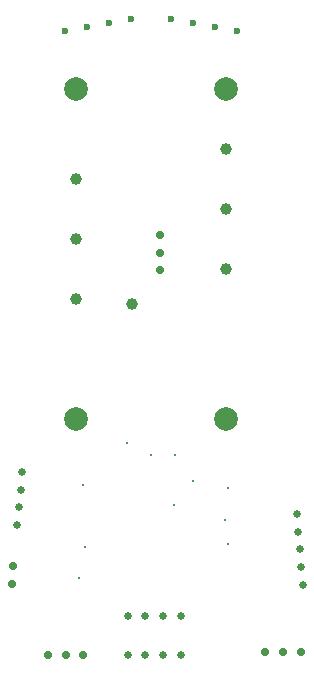
<source format=gbr>
%FSTAX23Y23*%
%MOMM*%
%SFA1B1*%

%IPPOS*%
%ADD47C,0.599999*%
%ADD48C,0.699999*%
%ADD49C,0.649999*%
%ADD50C,0.999998*%
%ADD51C,0.649999*%
%ADD52C,0.699999*%
%ADD53C,0.699999*%
%ADD54C,0.649999*%
%ADD55C,0.599999*%
%ADD56C,1.999996*%
%ADD57C,1.999996*%
%ADD58C,1.999996*%
%ADD59C,1.999996*%
%ADD60C,0.299999*%
%LNflightstick_trigger_rightv2_pth_drill-1*%
%LPD*%
G54D47*
X00958Y04926D03*
X-00917Y05257D03*
X-0467Y05918D03*
X-02794Y05588D03*
G54D48*
X03325Y-47625D03*
X06325D03*
X-15088Y-47879D03*
X-13589D03*
X-12088D03*
X04826Y-47625D03*
G54D49*
X06488Y-41947D03*
X06357Y-40453D03*
X06226Y-38959D03*
X06096Y-37465D03*
X05965Y-3597D03*
G54D50*
X0Y-1524D03*
X-08001Y-18161D03*
X0Y-1016D03*
Y-0508D03*
X-127Y-0762D03*
Y-127D03*
Y-1778D03*
G54D51*
X-08333Y-47879D03*
X-06833D03*
X-05334D03*
X-03833D03*
X-03845Y-44634D03*
X-05345D03*
X-06845D03*
X-08345D03*
G54D52*
X-05645Y-15342D03*
Y-13843D03*
Y-12342D03*
G54D53*
X-18166Y-41855D03*
X-18035Y-40361D03*
G54D54*
X-17674Y-36903D03*
X-17543Y-35409D03*
X-17412Y-33914D03*
X-17281Y-3242D03*
G54D55*
X-11782Y05257D03*
X-13658Y04926D03*
X-09906Y05588D03*
X-08029Y05918D03*
G54D56*
X-127Y-2794D03*
G54D57*
X0Y-2794D03*
G54D58*
X-127Y0D03*
G54D59*
X0Y0D03*
G54D60*
X-00127Y-36449D03*
X-11971Y-38735D03*
X-02849Y-33154D03*
X-04445Y-35179D03*
X00127Y-38481D03*
Y-33782D03*
X-1213Y-33528D03*
X-12446Y-41402D03*
X-08382Y-29972D03*
X-0635Y-30988D03*
X-04318D03*
M02*
</source>
